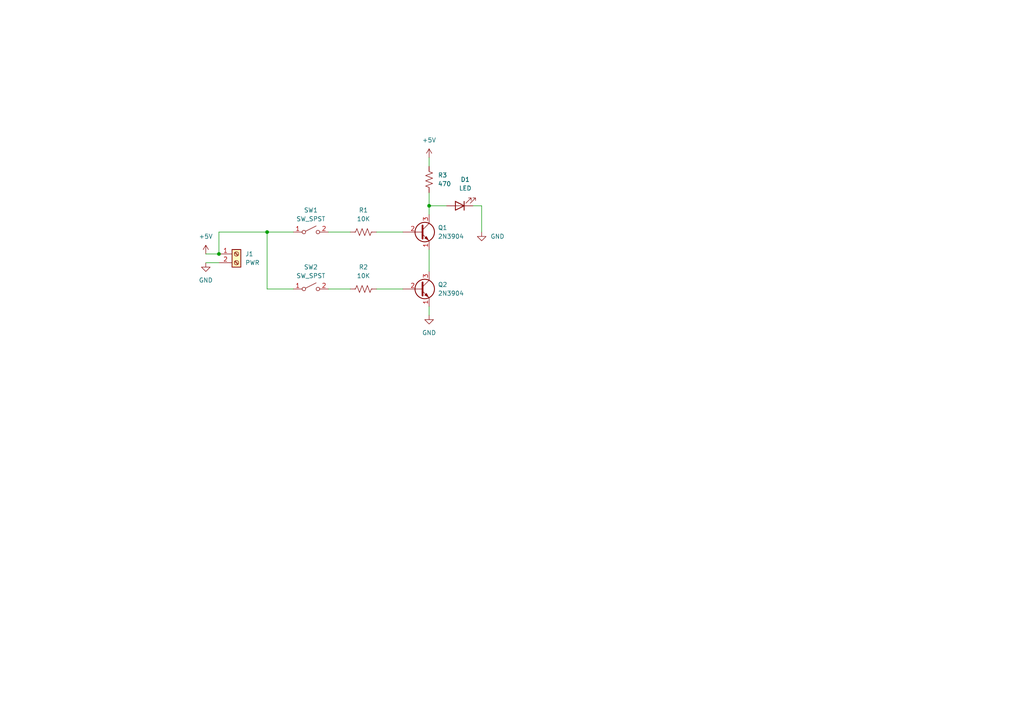
<source format=kicad_sch>
(kicad_sch (version 20211123) (generator eeschema)
  (paper "A4")
  (lib_symbols
    (symbol "Connector:Screw_Terminal_01x02" (pin_names (offset 1.016) hide)
      (property "Reference" "J" (at 0 2.54 0))
      (property "Value" "Screw_Terminal_01x02" (at 0 -5.08 0))
      (symbol "Screw_Terminal_01x02_1_1"
        (rectangle (start -1.27 1.27) (end 1.27 -3.81) (stroke (width 0.254)) (fill (type background)))
        (circle (center 0 -2.54) (radius 0.635) (stroke (width 0.1524)))
        (polyline (pts (xy -0.5334 -2.2098) (xy 0.3302 -3.048)) (stroke (width 0.1524)))
        (polyline (pts (xy -0.5334 0.3302) (xy 0.3302 -0.508)) (stroke (width 0.1524)))
        (polyline (pts (xy -0.3556 -2.032) (xy 0.508 -2.8702)) (stroke (width 0.1524)))
        (polyline (pts (xy -0.3556 0.508) (xy 0.508 -0.3302)) (stroke (width 0.1524)))
        (circle (center 0 0) (radius 0.635) (stroke (width 0.1524)))
        (pin passive line (at -5.08 0 0) (length 3.81) (name "Pin_1") (number "1"))
        (pin passive line (at -5.08 -2.54 0) (length 3.81) (name "Pin_2") (number "2"))
      )
    )
    (symbol "Device:LED" (pin_numbers hide) (pin_names (offset 1.016) hide)
      (property "Reference" "D" (at 0 2.54 0))
      (property "Value" "LED" (at 0 -2.54 0))
      (symbol "LED_0_1"
        (polyline (pts (xy -1.27 -1.27) (xy -1.27 1.27)) (stroke (width 0.254)))
        (polyline (pts (xy -1.27 0) (xy 1.27 0)))
        (polyline (pts (xy 1.27 -1.27) (xy 1.27 1.27) (xy -1.27 0) (xy 1.27 -1.27)) (stroke (width 0.254)))
        (polyline (pts (xy -3.048 -0.762) (xy -4.572 -2.286) (xy -3.81 -2.286) (xy -4.572 -2.286) (xy -4.572 -1.524)))
        (polyline (pts (xy -1.778 -0.762) (xy -3.302 -2.286) (xy -2.54 -2.286) (xy -3.302 -2.286) (xy -3.302 -1.524)))
      )
      (symbol "LED_1_1"
        (pin passive line (at -3.81 0 0) (length 2.54) (name "K") (number "1"))
        (pin passive line (at 3.81 0 180) (length 2.54) (name "A") (number "2"))
      )
    )
    (symbol "Device:R_US" (pin_numbers hide) (pin_names (offset 0))
      (property "Reference" "R" (at 2.54 0 90))
      (property "Value" "R_US" (at -2.54 0 90))
      (symbol "R_US_0_1"
        (polyline (pts (xy 0 -2.286) (xy 0 -2.54)))
        (polyline (pts (xy 0 2.286) (xy 0 2.54)))
        (polyline (pts (xy 0 -0.762) (xy 1.016 -1.143) (xy 0 -1.524) (xy -1.016 -1.905) (xy 0 -2.286)))
        (polyline (pts (xy 0 0.762) (xy 1.016 0.381) (xy 0 0) (xy -1.016 -0.381) (xy 0 -0.762)))
        (polyline (pts (xy 0 2.286) (xy 1.016 1.905) (xy 0 1.524) (xy -1.016 1.143) (xy 0 0.762)))
      )
      (symbol "R_US_1_1"
        (pin passive line (at 0 3.81 270) (length 1.27) (name "~") (number "1"))
        (pin passive line (at 0 -3.81 90) (length 1.27) (name "~") (number "2"))
      )
    )
    (symbol "Switch:SW_SPST" (pin_names (offset 0) hide)
      (property "Reference" "SW" (at 0 3.175 0))
      (property "Value" "SW_SPST" (at 0 -2.54 0))
      (symbol "SW_SPST_0_0"
        (circle (center -2.032 0) (radius 0.508))
        (polyline (pts (xy -1.524 0.254) (xy 1.524 1.778)))
        (circle (center 2.032 0) (radius 0.508))
      )
      (symbol "SW_SPST_1_1"
        (pin passive line (at -5.08 0 0) (length 2.54) (name "A") (number "1"))
        (pin passive line (at 5.08 0 180) (length 2.54) (name "B") (number "2"))
      )
    )
    (symbol "Transistor_BJT:2N3904" (pin_names (offset 0) hide)
      (property "Reference" "Q" (at 5.08 1.905 0))
      (property "Value" "2N3904" (at 5.08 0 0))
      (symbol "2N3904_0_1"
        (polyline (pts (xy 0.635 0.635) (xy 2.54 2.54)))
        (polyline (pts (xy 0.635 -0.635) (xy 2.54 -2.54) (xy 2.54 -2.54)))
        (polyline (pts (xy 0.635 1.905) (xy 0.635 -1.905) (xy 0.635 -1.905)) (stroke (width 0.508)))
        (polyline (pts (xy 1.27 -1.778) (xy 1.778 -1.27) (xy 2.286 -2.286) (xy 1.27 -1.778) (xy 1.27 -1.778)) (fill (type outline)))
        (circle (center 1.27 0) (radius 2.8194) (stroke (width 0.254)))
      )
      (symbol "2N3904_1_1"
        (pin passive line (at 2.54 -5.08 90) (length 2.54) (name "E") (number "1"))
        (pin passive line (at -5.08 0 0) (length 5.715) (name "B") (number "2"))
        (pin passive line (at 2.54 5.08 270) (length 2.54) (name "C") (number "3"))
      )
    )
    (symbol "power:+5V" (power) (pin_names (offset 0))
      (property "Value" "+5V" (at 0 3.556 0))
      (symbol "+5V_0_1"
        (polyline (pts (xy -0.762 1.27) (xy 0 2.54)))
        (polyline (pts (xy 0 0) (xy 0 2.54)))
        (polyline (pts (xy 0 2.54) (xy 0.762 1.27)))
      )
      (symbol "+5V_1_1"
        (pin power_in line (at 0 0 90) (length 0) hide (name "+5V") (number "1"))
      )
    )
    (symbol "power:GND" (power) (pin_names (offset 0))
      (property "Value" "GND" (at 0 -3.81 0))
      (symbol "GND_0_1"
        (polyline (pts (xy 0 0) (xy 0 -1.27) (xy 1.27 -1.27) (xy 0 -2.54) (xy -1.27 -1.27) (xy 0 -1.27)))
      )
      (symbol "GND_1_1"
        (pin power_in line (at 0 0 270) (length 0) hide (name "GND") (number "1"))
      )
    )
  )
  (junction (at 63.5 73.66))
  (junction (at 77.47 67.31))
  (junction (at 124.46 59.69))
  (wire (pts (xy 59.69 76.2) (xy 63.5 76.2)))
  (wire (pts (xy 77.47 83.82) (xy 85.09 83.82)))
  (wire (pts (xy 139.7 59.69) (xy 139.7 67.31)))
  (wire (pts (xy 137.16 59.69) (xy 139.7 59.69)))
  (wire (pts (xy 124.46 55.88) (xy 124.46 59.69)))
  (wire (pts (xy 124.46 88.9) (xy 124.46 91.44)))
  (wire (pts (xy 63.5 67.31) (xy 77.47 67.31)))
  (wire (pts (xy 124.46 45.72) (xy 124.46 48.26)))
  (wire (pts (xy 77.47 83.82) (xy 77.47 67.31)))
  (wire (pts (xy 59.69 73.66) (xy 63.5 73.66)))
  (wire (pts (xy 77.47 67.31) (xy 85.09 67.31)))
  (wire (pts (xy 124.46 72.39) (xy 124.46 78.74)))
  (wire (pts (xy 95.25 83.82) (xy 101.6 83.82)))
  (wire (pts (xy 95.25 67.31) (xy 101.6 67.31)))
  (wire (pts (xy 63.5 67.31) (xy 63.5 73.66)))
  (wire (pts (xy 109.22 83.82) (xy 116.84 83.82)))
  (wire (pts (xy 124.46 59.69) (xy 124.46 62.23)))
  (wire (pts (xy 124.46 59.69) (xy 129.54 59.69)))
  (wire (pts (xy 109.22 67.31) (xy 116.84 67.31)))
  (symbol (lib_id "Switch:SW_SPST") (at 90.17 67.31 0) (unit 1)
    (property "Reference" "SW1" (at 90.17 60.96 0))
    (property "Value" "SW_SPST" (at 90.17 63.5 0))
    (property "Footprint" "Button_Switch_THT:SW_PUSH_6mm" (effects hide))
  )
  (symbol (lib_id "Switch:SW_SPST") (at 90.17 83.82 0) (unit 1)
    (property "Reference" "SW2" (at 90.17 77.47 0))
    (property "Value" "SW_SPST" (at 90.17 80.01 0))
    (property "Footprint" "Button_Switch_THT:SW_PUSH_6mm" (effects hide))
  )
  (symbol (lib_id "Device:R_US") (at 124.46 52.07 0) (unit 1)
    (property "Reference" "R3" (at 127 50.7999 0) (effects (justify left)))
    (property "Value" "470" (at 127 53.3399 0) (effects (justify left)))
    (property "Footprint" "Resistor_THT:R_Axial_DIN0207_L6.3mm_D2.5mm_P10.16mm_Horizontal" (effects hide))
  )
  (symbol (lib_id "Connector:Screw_Terminal_01x02") (at 68.58 73.66 0) (unit 1)
    (property "Reference" "J1" (at 71.12 73.6599 0) (effects (justify left)))
    (property "Value" "PWR" (at 71.12 76.1999 0) (effects (justify left)))
    (property "Footprint" "TerminalBlock:TerminalBlock_Altech_AK300-2_P5.00mm" (effects hide))
  )
  (symbol (lib_id "power:+5V") (at 59.69 73.66 0) (unit 1)
    (property "Reference" "#PWR01" (effects hide))
    (property "Value" "+5V" (at 59.69 68.58 0))
  )
  (symbol (lib_id "power:GND") (at 139.7 67.31 0) (unit 1)
    (property "Reference" "#PWR0102" (effects hide))
    (property "Value" "GND" (at 142.24 68.5799 0) (effects (justify left)))
  )
  (symbol (lib_id "Device:R_US") (at 105.41 83.82 90) (unit 1)
    (property "Reference" "R2" (at 105.41 77.47 90))
    (property "Value" "10K" (at 105.41 80.01 90))
    (property "Footprint" "Resistor_THT:R_Axial_DIN0207_L6.3mm_D2.5mm_P10.16mm_Horizontal" (effects hide))
  )
  (symbol (lib_id "power:GND") (at 124.46 91.44 0) (unit 1)
    (property "Reference" "#PWR0101" (effects hide))
    (property "Value" "GND" (at 124.46 96.52 0))
  )
  (symbol (lib_id "Device:R_US") (at 105.41 67.31 90) (unit 1)
    (property "Reference" "R1" (at 105.41 60.96 90))
    (property "Value" "10K" (at 105.41 63.5 90))
    (property "Footprint" "Resistor_THT:R_Axial_DIN0207_L6.3mm_D2.5mm_P10.16mm_Horizontal" (effects hide))
  )
  (symbol (lib_id "Transistor_BJT:2N3904") (at 121.92 67.31 0) (unit 1)
    (property "Reference" "Q1" (at 127 66.0399 0) (effects (justify left)))
    (property "Value" "2N3904" (at 127 68.5799 0) (effects (justify left)))
    (property "Footprint" "Package_TO_SOT_THT:TO-92_Inline" (effects hide))
    (property "Datasheet" "https://www.onsemi.com/pub/Collateral/2N3903-D.PDF" (effects hide))
  )
  (symbol (lib_id "Device:LED") (at 133.35 59.69 180) (unit 1)
    (property "Reference" "D1" (at 134.9375 52.07 0))
    (property "Value" "LED" (at 134.9375 54.61 0))
    (property "Footprint" "LED_THT:LED_D5.0mm" (effects hide))
  )
  (symbol (lib_id "power:GND") (at 59.69 76.2 0) (unit 1)
    (property "Reference" "#PWR02" (effects hide))
    (property "Value" "GND" (at 59.69 81.28 0))
  )
  (symbol (lib_id "power:+5V") (at 124.46 45.72 0) (unit 1)
    (property "Reference" "#PWR03" (effects hide))
    (property "Value" "+5V" (at 124.46 40.64 0))
  )
  (symbol (lib_id "Transistor_BJT:2N3904") (at 121.92 83.82 0) (unit 1)
    (property "Reference" "Q2" (at 127 82.5499 0) (effects (justify left)))
    (property "Value" "2N3904" (at 127 85.0899 0) (effects (justify left)))
    (property "Footprint" "Package_TO_SOT_THT:TO-92_Inline" (effects hide))
    (property "Datasheet" "https://www.onsemi.com/pub/Collateral/2N3903-D.PDF" (effects hide))
  )
)
</source>
